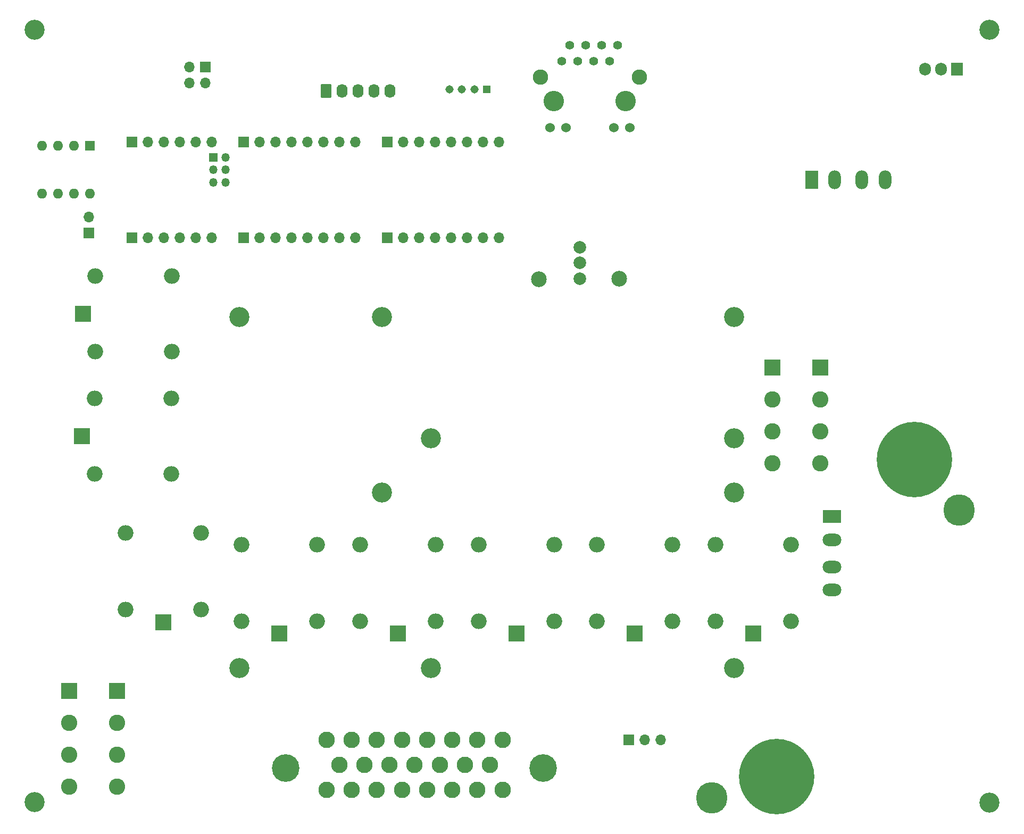
<source format=gbr>
%TF.GenerationSoftware,KiCad,Pcbnew,8.0.8*%
%TF.CreationDate,2025-03-16T07:00:45-06:00*%
%TF.ProjectId,RC11,52433131-2e6b-4696-9361-645f70636258,rev?*%
%TF.SameCoordinates,Original*%
%TF.FileFunction,Soldermask,Bot*%
%TF.FilePolarity,Negative*%
%FSLAX46Y46*%
G04 Gerber Fmt 4.6, Leading zero omitted, Abs format (unit mm)*
G04 Created by KiCad (PCBNEW 8.0.8) date 2025-03-16 07:00:45*
%MOMM*%
%LPD*%
G01*
G04 APERTURE LIST*
G04 Aperture macros list*
%AMRoundRect*
0 Rectangle with rounded corners*
0 $1 Rounding radius*
0 $2 $3 $4 $5 $6 $7 $8 $9 X,Y pos of 4 corners*
0 Add a 4 corners polygon primitive as box body*
4,1,4,$2,$3,$4,$5,$6,$7,$8,$9,$2,$3,0*
0 Add four circle primitives for the rounded corners*
1,1,$1+$1,$2,$3*
1,1,$1+$1,$4,$5*
1,1,$1+$1,$6,$7*
1,1,$1+$1,$8,$9*
0 Add four rect primitives between the rounded corners*
20,1,$1+$1,$2,$3,$4,$5,0*
20,1,$1+$1,$4,$5,$6,$7,0*
20,1,$1+$1,$6,$7,$8,$9,0*
20,1,$1+$1,$8,$9,$2,$3,0*%
G04 Aperture macros list end*
%ADD10R,1.600000X1.600000*%
%ADD11O,1.600000X1.600000*%
%ADD12R,1.905000X2.000000*%
%ADD13O,1.905000X2.000000*%
%ADD14C,2.500000*%
%ADD15C,2.000000*%
%ADD16R,2.600000X2.600000*%
%ADD17C,2.600000*%
%ADD18O,2.500000X2.500000*%
%ADD19R,2.500000X2.500000*%
%ADD20R,1.308000X1.308000*%
%ADD21C,1.308000*%
%ADD22R,1.700000X1.700000*%
%ADD23O,1.700000X1.700000*%
%ADD24C,3.251200*%
%ADD25C,1.397000*%
%ADD26C,1.524000*%
%ADD27C,2.445000*%
%ADD28RoundRect,0.250000X-0.620000X-0.845000X0.620000X-0.845000X0.620000X0.845000X-0.620000X0.845000X0*%
%ADD29O,1.740000X2.190000*%
%ADD30C,2.625000*%
%ADD31C,4.395000*%
%ADD32C,12.000000*%
%ADD33C,5.000000*%
%ADD34R,1.350000X1.350000*%
%ADD35O,1.350000X1.350000*%
%ADD36C,3.200000*%
%ADD37R,2.000000X3.000000*%
%ADD38O,2.000000X3.000000*%
%ADD39R,3.000000X2.000000*%
%ADD40O,3.000000X2.000000*%
G04 APERTURE END LIST*
D10*
%TO.C,U8*%
X32350000Y-51960000D03*
D11*
X29810000Y-51960000D03*
X27270000Y-51960000D03*
X24730000Y-51960000D03*
X24730000Y-59580000D03*
X27270000Y-59580000D03*
X29810000Y-59580000D03*
X32350000Y-59580000D03*
%TD*%
D12*
%TO.C,U4*%
X170300000Y-39800000D03*
D13*
X167760000Y-39800000D03*
X165220000Y-39800000D03*
%TD*%
D14*
%TO.C,TP2*%
X103800000Y-73200000D03*
%TD*%
%TO.C,TP1*%
X116600000Y-73100000D03*
%TD*%
D15*
%TO.C,RV1*%
X110300000Y-73100000D03*
X110300000Y-70600000D03*
X110300000Y-68100000D03*
%TD*%
D16*
%TO.C,KF2*%
X29045000Y-138715000D03*
X36665000Y-138715000D03*
D17*
X29045000Y-143795000D03*
X36665000Y-143795000D03*
X29045000Y-148875000D03*
X36665000Y-148875000D03*
X29045000Y-153955000D03*
X36665000Y-153955000D03*
%TD*%
D16*
%TO.C,KF1*%
X140980000Y-87240000D03*
X148600000Y-87240000D03*
D17*
X140980000Y-92320000D03*
X148600000Y-92320000D03*
X140980000Y-97400000D03*
X148600000Y-97400000D03*
X140980000Y-102480000D03*
X148600000Y-102480000D03*
%TD*%
D18*
%TO.C,K8*%
X143900000Y-127627500D03*
X131900000Y-127627500D03*
D19*
X137900000Y-129627500D03*
D18*
X131900000Y-115427500D03*
X143900000Y-115427500D03*
%TD*%
%TO.C,K7*%
X125050000Y-127627500D03*
X113050000Y-127627500D03*
D19*
X119050000Y-129627500D03*
D18*
X113050000Y-115427500D03*
X125050000Y-115427500D03*
%TD*%
%TO.C,K6*%
X106200000Y-127627500D03*
X94200000Y-127627500D03*
D19*
X100200000Y-129627500D03*
D18*
X94200000Y-115427500D03*
X106200000Y-115427500D03*
%TD*%
%TO.C,K5*%
X87350000Y-127627500D03*
X75350000Y-127627500D03*
D19*
X81350000Y-129627500D03*
D18*
X75350000Y-115427500D03*
X87350000Y-115427500D03*
%TD*%
%TO.C,K4*%
X68500000Y-127627500D03*
X56500000Y-127627500D03*
D19*
X62500000Y-129627500D03*
D18*
X56500000Y-115427500D03*
X68500000Y-115427500D03*
%TD*%
%TO.C,K3*%
X50000000Y-125827500D03*
X38000000Y-125827500D03*
D19*
X44000000Y-127827500D03*
D18*
X38000000Y-113627500D03*
X50000000Y-113627500D03*
%TD*%
%TO.C,K2*%
X33072500Y-104200000D03*
X33072500Y-92200000D03*
D19*
X31072500Y-98200000D03*
D18*
X45272500Y-92200000D03*
X45272500Y-104200000D03*
%TD*%
%TO.C,K1*%
X33200000Y-84700000D03*
X33200000Y-72700000D03*
D19*
X31200000Y-78700000D03*
D18*
X45400000Y-72700000D03*
X45400000Y-84700000D03*
%TD*%
D20*
%TO.C,J21*%
X95523200Y-43017000D03*
D21*
X93523200Y-43017000D03*
X91523200Y-43017000D03*
X89523200Y-43017000D03*
%TD*%
D22*
%TO.C,J18*%
X32140000Y-65845000D03*
D23*
X32140000Y-63305000D03*
%TD*%
D22*
%TO.C,J17*%
X118060000Y-146500000D03*
D23*
X120600000Y-146500000D03*
X123140000Y-146500000D03*
%TD*%
D22*
%TO.C,J16*%
X56760000Y-51360000D03*
D23*
X59300000Y-51360000D03*
X61840000Y-51360000D03*
X64380000Y-51360000D03*
X66920000Y-51360000D03*
X69460000Y-51360000D03*
X72000000Y-51360000D03*
X74540000Y-51360000D03*
%TD*%
D22*
%TO.C,J15*%
X38980000Y-51360000D03*
D23*
X41520000Y-51360000D03*
X44060000Y-51360000D03*
X46600000Y-51360000D03*
X49140000Y-51360000D03*
X51680000Y-51360000D03*
%TD*%
D24*
%TO.C,J14*%
X117614999Y-44890000D03*
X106184999Y-44890000D03*
D25*
X107454999Y-38540000D03*
X108724999Y-36000000D03*
X109994999Y-38540000D03*
X111264999Y-36000000D03*
X112534999Y-38540000D03*
X113804999Y-36000000D03*
X115074999Y-38540000D03*
X116344999Y-36000000D03*
D26*
X105574998Y-49089999D03*
X108064998Y-49089999D03*
X115735000Y-49089999D03*
X118225000Y-49089999D03*
D27*
X119799998Y-41000000D03*
X104000000Y-41000000D03*
%TD*%
D28*
%TO.C,J13*%
X69891800Y-43237000D03*
D29*
X72431800Y-43237000D03*
X74971800Y-43237000D03*
X77511800Y-43237000D03*
X80051800Y-43237000D03*
%TD*%
D30*
%TO.C,J12*%
X70000000Y-146500000D03*
X74000000Y-146500000D03*
X78000000Y-146500000D03*
X82000000Y-146500000D03*
X86000000Y-146500000D03*
X90000000Y-146500000D03*
X94000000Y-146500000D03*
X98000000Y-146500000D03*
X72000000Y-150500000D03*
X76000000Y-150500000D03*
X80000000Y-150500000D03*
X84000000Y-150500000D03*
X88000000Y-150500000D03*
X92000000Y-150500000D03*
X96000000Y-150500000D03*
X70000000Y-154500000D03*
X74000000Y-154500000D03*
X78000000Y-154500000D03*
X82000000Y-154500000D03*
X86000000Y-154500000D03*
X90000000Y-154500000D03*
X94000000Y-154500000D03*
X98000000Y-154500000D03*
D31*
X63500000Y-151000000D03*
X104500000Y-151000000D03*
%TD*%
D32*
%TO.C,J11*%
X141670000Y-152360000D03*
%TD*%
D33*
%TO.C,J10*%
X131300000Y-155800000D03*
%TD*%
D32*
%TO.C,J9*%
X163600000Y-101900000D03*
%TD*%
D33*
%TO.C,J8*%
X170700000Y-110000000D03*
%TD*%
D22*
%TO.C,J7*%
X79620000Y-51360000D03*
D23*
X82160000Y-51360000D03*
X84700000Y-51360000D03*
X87240000Y-51360000D03*
X89780000Y-51360000D03*
X92320000Y-51360000D03*
X94860000Y-51360000D03*
X97400000Y-51360000D03*
%TD*%
D22*
%TO.C,J6*%
X56760000Y-66600000D03*
D23*
X59300000Y-66600000D03*
X61840000Y-66600000D03*
X64380000Y-66600000D03*
X66920000Y-66600000D03*
X69460000Y-66600000D03*
X72000000Y-66600000D03*
X74540000Y-66600000D03*
%TD*%
D22*
%TO.C,J5*%
X79620000Y-66600000D03*
D23*
X82160000Y-66600000D03*
X84700000Y-66600000D03*
X87240000Y-66600000D03*
X89780000Y-66600000D03*
X92320000Y-66600000D03*
X94860000Y-66600000D03*
X97400000Y-66600000D03*
%TD*%
D22*
%TO.C,J4*%
X38980000Y-66600000D03*
D23*
X41520000Y-66600000D03*
X44060000Y-66600000D03*
X46600000Y-66600000D03*
X49140000Y-66600000D03*
X51680000Y-66600000D03*
%TD*%
D22*
%TO.C,J2*%
X50700000Y-39460000D03*
D23*
X48160000Y-39460000D03*
X50700000Y-42000000D03*
X48160000Y-42000000D03*
%TD*%
D34*
%TO.C,J1*%
X51950000Y-53798400D03*
D35*
X53950000Y-53798400D03*
X51950000Y-55798400D03*
X53950000Y-55798400D03*
X51950000Y-57798400D03*
X53950000Y-57798400D03*
%TD*%
D36*
%TO.C,H4*%
X175500000Y-33500000D03*
%TD*%
%TO.C,H3*%
X175500000Y-156500000D03*
%TD*%
%TO.C,H2*%
X23500000Y-156400000D03*
%TD*%
%TO.C,H1*%
X23500000Y-33500000D03*
%TD*%
D37*
%TO.C,F2*%
X147200000Y-57400000D03*
D38*
X150900000Y-57400000D03*
X155200000Y-57400000D03*
X158900000Y-57400000D03*
%TD*%
D39*
%TO.C,F1*%
X150455000Y-110995000D03*
D40*
X150455000Y-114695000D03*
X150455000Y-118995000D03*
X150455000Y-122695000D03*
%TD*%
D36*
%TO.C,REF\u002A\u002A*%
X134820000Y-135080000D03*
X134820000Y-107200000D03*
X134820000Y-98500000D03*
X134820000Y-79200000D03*
X86560000Y-135080000D03*
X86560000Y-98500000D03*
X78820000Y-107200000D03*
X78820000Y-79200000D03*
X56080000Y-135080000D03*
X56080000Y-79200000D03*
%TD*%
M02*

</source>
